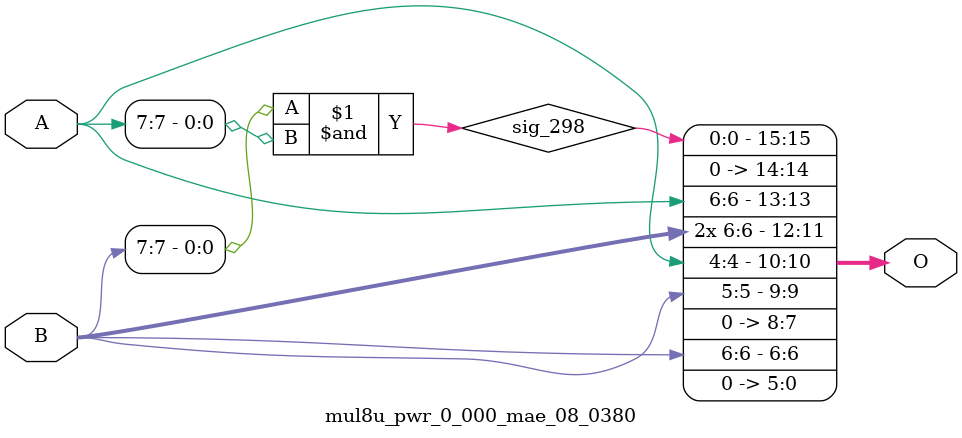
<source format=v>
/***
* This code is a part of ApproxLib library (ehw.fit.vutbr.cz/approxlib) distributed under a XXXX public license.
* When used, please cite the following article: tbd 
* This file is pareto optimal sub-set in the pwr and mae parameters
***/

module mul8u_pwr_0_000_mae_08_0380 (
    A,
    B,
    O
);

input [7:0] A;
input [7:0] B;
output [15:0] O;

wire sig_298;

assign sig_298 = B[7] & A[7]; //1 

assign O[15] = sig_298;
assign O[14] = 1'b0;
assign O[13] = A[6];
assign O[12] = B[6];
assign O[11] = B[6];
assign O[10] = A[4];
assign O[9] = B[5];
assign O[8] = 1'b0;
assign O[7] = 1'b0;
assign O[6] = B[6];
assign O[5] = 1'b0;
assign O[4] = 1'b0;
assign O[3] = 1'b0;
assign O[2] = 1'b0;
assign O[1] = 1'b0;
assign O[0] = 1'b0;

endmodule



// internal reference: cgp-approx14.08.mul8u_pwr_0_000_mae_08_0380


</source>
